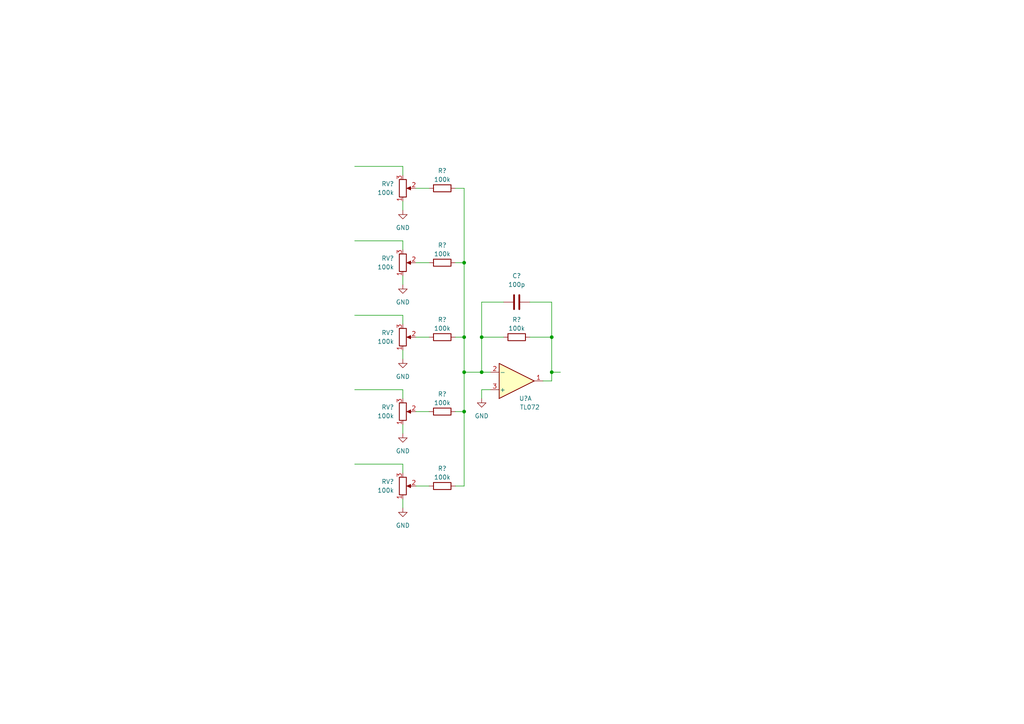
<source format=kicad_sch>
(kicad_sch (version 20211123) (generator eeschema)
  (paper "A4")
  (lib_symbols
    (symbol "Amplifier_Operational:TL072" (pin_names (offset 0.127))
      (property "Reference" "U" (at 0 5.08 0))
      (property "Value" "TL072" (at 0 -5.08 0))
      (symbol "TL072_1_1"
        (polyline (pts (xy -5.08 5.08) (xy 5.08 0) (xy -5.08 -5.08) (xy -5.08 5.08)) (stroke (width 0.254)) (fill (type background)))
        (pin output line (at 7.62 0 180) (length 2.54) (name "~") (number "1"))
        (pin input line (at -7.62 -2.54 0) (length 2.54) (name "-") (number "2"))
        (pin input line (at -7.62 2.54 0) (length 2.54) (name "+") (number "3"))
      )
      (symbol "TL072_2_1"
        (polyline (pts (xy -5.08 5.08) (xy 5.08 0) (xy -5.08 -5.08) (xy -5.08 5.08)) (stroke (width 0.254)) (fill (type background)))
        (pin input line (at -7.62 2.54 0) (length 2.54) (name "+") (number "5"))
        (pin input line (at -7.62 -2.54 0) (length 2.54) (name "-") (number "6"))
        (pin output line (at 7.62 0 180) (length 2.54) (name "~") (number "7"))
      )
      (symbol "TL072_3_1"
        (pin power_in line (at -2.54 -7.62 90) (length 3.81) (name "V-") (number "4"))
        (pin power_in line (at -2.54 7.62 270) (length 3.81) (name "V+") (number "8"))
      )
    )
    (symbol "Device:C" (pin_numbers hide) (pin_names (offset 0.254))
      (property "Reference" "C" (at 0.635 2.54 0))
      (property "Value" "C" (at 0.635 -2.54 0))
      (symbol "C_0_1"
        (polyline (pts (xy -2.032 -0.762) (xy 2.032 -0.762)) (stroke (width 0.508)))
        (polyline (pts (xy -2.032 0.762) (xy 2.032 0.762)) (stroke (width 0.508)))
      )
      (symbol "C_1_1"
        (pin passive line (at 0 3.81 270) (length 2.794) (name "~") (number "1"))
        (pin passive line (at 0 -3.81 90) (length 2.794) (name "~") (number "2"))
      )
    )
    (symbol "Device:R" (pin_numbers hide) (pin_names (offset 0))
      (property "Reference" "R" (at 2.032 0 90))
      (property "Value" "R" (at 0 0 90))
      (symbol "R_0_1"
        (rectangle (start -1.016 -2.54) (end 1.016 2.54) (stroke (width 0.254)))
      )
      (symbol "R_1_1"
        (pin passive line (at 0 3.81 270) (length 1.27) (name "~") (number "1"))
        (pin passive line (at 0 -3.81 90) (length 1.27) (name "~") (number "2"))
      )
    )
    (symbol "Device:R_Potentiometer" (pin_names (offset 1.016) hide)
      (property "Reference" "RV" (at -4.445 0 90))
      (property "Value" "R_Potentiometer" (at -2.54 0 90))
      (symbol "R_Potentiometer_0_1"
        (polyline (pts (xy 2.54 0) (xy 1.524 0)))
        (polyline (pts (xy 1.143 0) (xy 2.286 0.508) (xy 2.286 -0.508) (xy 1.143 0)) (fill (type outline)))
        (rectangle (start 1.016 2.54) (end -1.016 -2.54) (stroke (width 0.254)))
      )
      (symbol "R_Potentiometer_1_1"
        (pin passive line (at 0 3.81 270) (length 1.27) (name "1") (number "1"))
        (pin passive line (at 3.81 0 180) (length 1.27) (name "2") (number "2"))
        (pin passive line (at 0 -3.81 90) (length 1.27) (name "3") (number "3"))
      )
    )
    (symbol "power:GND" (power) (pin_names (offset 0))
      (property "Value" "GND" (at 0 -3.81 0))
      (symbol "GND_0_1"
        (polyline (pts (xy 0 0) (xy 0 -1.27) (xy 1.27 -1.27) (xy 0 -2.54) (xy -1.27 -1.27) (xy 0 -1.27)))
      )
      (symbol "GND_1_1"
        (pin power_in line (at 0 0 270) (length 0) hide (name "GND") (number "1"))
      )
    )
  )
  (junction (at 134.62 119.38))
  (junction (at 139.7 97.79))
  (junction (at 160.02 97.79))
  (junction (at 134.62 76.2))
  (junction (at 139.7 107.95))
  (junction (at 134.62 107.95))
  (junction (at 160.02 107.95))
  (junction (at 134.62 97.79))
  (wire (pts (xy 146.05 87.63) (xy 139.7 87.63)))
  (wire (pts (xy 116.84 147.32) (xy 116.84 144.78)))
  (wire (pts (xy 116.84 125.73) (xy 116.84 123.19)))
  (wire (pts (xy 102.87 134.62) (xy 116.84 134.62)))
  (wire (pts (xy 102.87 91.44) (xy 116.84 91.44)))
  (wire (pts (xy 134.62 140.97) (xy 134.62 119.38)))
  (wire (pts (xy 102.87 113.03) (xy 116.84 113.03)))
  (wire (pts (xy 116.84 104.14) (xy 116.84 101.6)))
  (wire (pts (xy 116.84 113.03) (xy 116.84 115.57)))
  (wire (pts (xy 132.08 76.2) (xy 134.62 76.2)))
  (wire (pts (xy 139.7 115.57) (xy 139.7 113.03)))
  (wire (pts (xy 116.84 82.55) (xy 116.84 80.01)))
  (wire (pts (xy 116.84 134.62) (xy 116.84 137.16)))
  (wire (pts (xy 134.62 107.95) (xy 134.62 97.79)))
  (wire (pts (xy 120.65 119.38) (xy 124.46 119.38)))
  (wire (pts (xy 134.62 54.61) (xy 132.08 54.61)))
  (wire (pts (xy 120.65 76.2) (xy 124.46 76.2)))
  (wire (pts (xy 160.02 97.79) (xy 153.67 97.79)))
  (wire (pts (xy 134.62 107.95) (xy 139.7 107.95)))
  (wire (pts (xy 134.62 97.79) (xy 134.62 76.2)))
  (wire (pts (xy 157.48 110.49) (xy 160.02 110.49)))
  (wire (pts (xy 120.65 140.97) (xy 124.46 140.97)))
  (wire (pts (xy 134.62 107.95) (xy 134.62 119.38)))
  (wire (pts (xy 139.7 107.95) (xy 139.7 97.79)))
  (wire (pts (xy 120.65 97.79) (xy 124.46 97.79)))
  (wire (pts (xy 116.84 48.26) (xy 116.84 50.8)))
  (wire (pts (xy 139.7 113.03) (xy 142.24 113.03)))
  (wire (pts (xy 139.7 87.63) (xy 139.7 97.79)))
  (wire (pts (xy 132.08 119.38) (xy 134.62 119.38)))
  (wire (pts (xy 132.08 140.97) (xy 134.62 140.97)))
  (wire (pts (xy 153.67 87.63) (xy 160.02 87.63)))
  (wire (pts (xy 160.02 87.63) (xy 160.02 97.79)))
  (wire (pts (xy 132.08 97.79) (xy 134.62 97.79)))
  (wire (pts (xy 116.84 91.44) (xy 116.84 93.98)))
  (wire (pts (xy 160.02 107.95) (xy 160.02 97.79)))
  (wire (pts (xy 120.65 54.61) (xy 124.46 54.61)))
  (wire (pts (xy 102.87 48.26) (xy 116.84 48.26)))
  (wire (pts (xy 116.84 60.96) (xy 116.84 58.42)))
  (wire (pts (xy 160.02 110.49) (xy 160.02 107.95)))
  (wire (pts (xy 139.7 97.79) (xy 146.05 97.79)))
  (wire (pts (xy 102.87 69.85) (xy 116.84 69.85)))
  (wire (pts (xy 134.62 76.2) (xy 134.62 54.61)))
  (wire (pts (xy 142.24 107.95) (xy 139.7 107.95)))
  (wire (pts (xy 160.02 107.95) (xy 162.56 107.95)))
  (wire (pts (xy 116.84 69.85) (xy 116.84 72.39)))
  (symbol (lib_id "Device:R") (at 149.86 97.79 90) (unit 1)
    (property "Reference" "R?" (at 149.86 92.71 90))
    (property "Value" "100k" (at 149.86 95.25 90))
  )
  (symbol (lib_id "Device:R") (at 128.27 76.2 90) (unit 1)
    (property "Reference" "R?" (at 128.27 71.12 90))
    (property "Value" "100k" (at 128.27 73.66 90))
  )
  (symbol (lib_id "Device:R_Potentiometer") (at 116.84 97.79 0) (mirror x) (unit 1)
    (property "Reference" "RV?" (at 114.3 96.5199 0) (effects (justify right)))
    (property "Value" "100k" (at 114.3 99.0599 0) (effects (justify right)))
  )
  (symbol (lib_id "Device:R") (at 128.27 54.61 90) (unit 1)
    (property "Reference" "R?" (at 128.27 49.53 90))
    (property "Value" "100k" (at 128.27 52.07 90))
  )
  (symbol (lib_id "power:GND") (at 116.84 104.14 0) (unit 1)
    (property "Reference" "#PWR?" (effects hide))
    (property "Value" "GND" (at 116.84 109.22 0))
  )
  (symbol (lib_id "Device:R_Potentiometer") (at 116.84 119.38 0) (mirror x) (unit 1)
    (property "Reference" "RV?" (at 114.3 118.1099 0) (effects (justify right)))
    (property "Value" "100k" (at 114.3 120.6499 0) (effects (justify right)))
  )
  (symbol (lib_id "power:GND") (at 116.84 82.55 0) (unit 1)
    (property "Reference" "#PWR?" (effects hide))
    (property "Value" "GND" (at 116.84 87.63 0))
  )
  (symbol (lib_id "Device:R_Potentiometer") (at 116.84 54.61 0) (mirror x) (unit 1)
    (property "Reference" "RV?" (at 114.3 53.3399 0) (effects (justify right)))
    (property "Value" "100k" (at 114.3 55.8799 0) (effects (justify right)))
  )
  (symbol (lib_id "Device:R") (at 128.27 97.79 90) (unit 1)
    (property "Reference" "R?" (at 128.27 92.71 90))
    (property "Value" "100k" (at 128.27 95.25 90))
  )
  (symbol (lib_id "Device:R_Potentiometer") (at 116.84 140.97 0) (mirror x) (unit 1)
    (property "Reference" "RV?" (at 114.3 139.6999 0) (effects (justify right)))
    (property "Value" "100k" (at 114.3 142.2399 0) (effects (justify right)))
  )
  (symbol (lib_id "power:GND") (at 139.7 115.57 0) (unit 1)
    (property "Reference" "#PWR?" (effects hide))
    (property "Value" "GND" (at 139.7 120.65 0))
  )
  (symbol (lib_id "Amplifier_Operational:TL072") (at 149.86 110.49 0) (mirror x) (unit 1)
    (property "Reference" "U?" (at 152.4 115.57 0))
    (property "Value" "TL072" (at 153.67 118.11 0))
    (property "Datasheet" "http://www.ti.com/lit/ds/symlink/tl071.pdf" (effects hide))
  )
  (symbol (lib_id "Device:R") (at 128.27 140.97 90) (unit 1)
    (property "Reference" "R?" (at 128.27 135.89 90))
    (property "Value" "100k" (at 128.27 138.43 90))
  )
  (symbol (lib_id "power:GND") (at 116.84 60.96 0) (unit 1)
    (property "Reference" "#PWR?" (effects hide))
    (property "Value" "GND" (at 116.84 66.04 0))
  )
  (symbol (lib_id "Device:R") (at 128.27 119.38 90) (unit 1)
    (property "Reference" "R?" (at 128.27 114.3 90))
    (property "Value" "100k" (at 128.27 116.84 90))
  )
  (symbol (lib_id "Device:R_Potentiometer") (at 116.84 76.2 0) (mirror x) (unit 1)
    (property "Reference" "RV?" (at 114.3 74.9299 0) (effects (justify right)))
    (property "Value" "100k" (at 114.3 77.4699 0) (effects (justify right)))
  )
  (symbol (lib_id "power:GND") (at 116.84 147.32 0) (unit 1)
    (property "Reference" "#PWR?" (effects hide))
    (property "Value" "GND" (at 116.84 152.4 0))
  )
  (symbol (lib_id "power:GND") (at 116.84 125.73 0) (unit 1)
    (property "Reference" "#PWR?" (effects hide))
    (property "Value" "GND" (at 116.84 130.81 0))
  )
  (symbol (lib_id "Device:C") (at 149.86 87.63 90) (unit 1)
    (property "Reference" "C?" (at 149.86 80.01 90))
    (property "Value" "100p" (at 149.86 82.55 90))
  )
)
</source>
